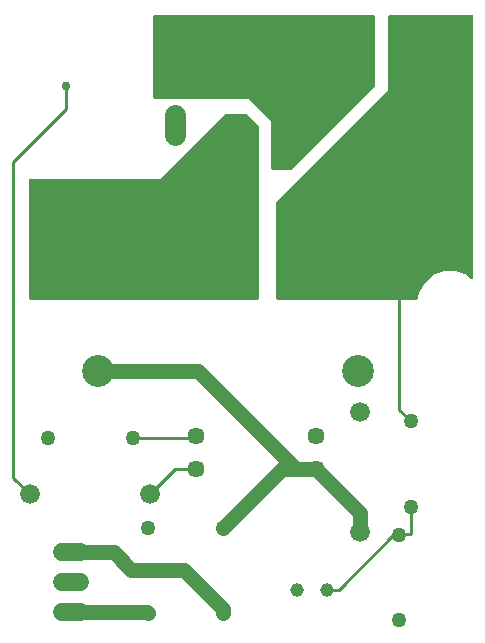
<source format=gbr>
G04 EAGLE Gerber RS-274X export*
G75*
%MOMM*%
%FSLAX34Y34*%
%LPD*%
%INBottom Copper*%
%IPPOS*%
%AMOC8*
5,1,8,0,0,1.08239X$1,22.5*%
G01*
%ADD10C,1.676400*%
%ADD11C,1.148000*%
%ADD12C,1.453900*%
%ADD13C,1.800000*%
%ADD14C,1.260000*%
%ADD15C,1.524000*%
%ADD16C,2.700000*%
%ADD17C,3.000000*%
%ADD18C,1.750000*%
%ADD19C,1.600000*%
%ADD20C,3.300000*%
%ADD21C,0.254000*%
%ADD22C,0.756400*%
%ADD23C,1.270000*%

G36*
X381485Y298732D02*
X381485Y298732D01*
X381493Y298731D01*
X381642Y298752D01*
X381792Y298771D01*
X381800Y298774D01*
X381808Y298775D01*
X381947Y298832D01*
X382088Y298888D01*
X382095Y298893D01*
X382103Y298896D01*
X382222Y298985D01*
X382345Y299074D01*
X382351Y299081D01*
X382357Y299086D01*
X382451Y299202D01*
X382548Y299319D01*
X382552Y299327D01*
X382557Y299334D01*
X382619Y299471D01*
X382684Y299607D01*
X382685Y299615D01*
X382689Y299623D01*
X382727Y299780D01*
X383579Y304616D01*
X388462Y313073D01*
X395942Y319349D01*
X405118Y322689D01*
X414882Y322689D01*
X424058Y319349D01*
X427754Y316248D01*
X427825Y316202D01*
X427889Y316149D01*
X427958Y316117D01*
X428021Y316076D01*
X428101Y316049D01*
X428177Y316013D01*
X428251Y315999D01*
X428323Y315975D01*
X428407Y315969D01*
X428490Y315954D01*
X428565Y315958D01*
X428640Y315953D01*
X428723Y315968D01*
X428807Y315973D01*
X428879Y315997D01*
X428953Y316010D01*
X429030Y316045D01*
X429109Y316071D01*
X429173Y316112D01*
X429242Y316143D01*
X429307Y316197D01*
X429378Y316241D01*
X429430Y316297D01*
X429489Y316344D01*
X429538Y316412D01*
X429596Y316473D01*
X429633Y316539D01*
X429678Y316600D01*
X429709Y316678D01*
X429750Y316752D01*
X429768Y316825D01*
X429797Y316895D01*
X429808Y316978D01*
X429829Y317060D01*
X429838Y317202D01*
X429839Y317210D01*
X429839Y317213D01*
X429839Y317220D01*
X429839Y538570D01*
X429824Y538688D01*
X429817Y538807D01*
X429804Y538845D01*
X429799Y538886D01*
X429756Y538996D01*
X429719Y539109D01*
X429697Y539144D01*
X429682Y539181D01*
X429613Y539277D01*
X429549Y539378D01*
X429519Y539406D01*
X429496Y539439D01*
X429404Y539515D01*
X429317Y539596D01*
X429282Y539616D01*
X429251Y539641D01*
X429143Y539692D01*
X429039Y539750D01*
X428999Y539760D01*
X428963Y539777D01*
X428846Y539799D01*
X428731Y539829D01*
X428671Y539833D01*
X428651Y539837D01*
X428630Y539835D01*
X428570Y539839D01*
X359000Y539839D01*
X358882Y539824D01*
X358763Y539817D01*
X358725Y539804D01*
X358684Y539799D01*
X358574Y539756D01*
X358461Y539719D01*
X358426Y539697D01*
X358389Y539682D01*
X358293Y539613D01*
X358192Y539549D01*
X358164Y539519D01*
X358131Y539496D01*
X358056Y539404D01*
X357974Y539317D01*
X357954Y539282D01*
X357929Y539251D01*
X357878Y539143D01*
X357820Y539039D01*
X357810Y538999D01*
X357793Y538963D01*
X357771Y538846D01*
X357741Y538731D01*
X357737Y538671D01*
X357733Y538651D01*
X357735Y538630D01*
X357731Y538570D01*
X357731Y476526D01*
X263103Y381898D01*
X263042Y381819D01*
X262974Y381747D01*
X262945Y381694D01*
X262908Y381646D01*
X262868Y381555D01*
X262820Y381469D01*
X262805Y381410D01*
X262781Y381354D01*
X262766Y381256D01*
X262741Y381161D01*
X262735Y381061D01*
X262731Y381040D01*
X262733Y381028D01*
X262731Y381000D01*
X262731Y300000D01*
X262746Y299882D01*
X262753Y299763D01*
X262766Y299725D01*
X262771Y299684D01*
X262814Y299574D01*
X262851Y299461D01*
X262873Y299426D01*
X262888Y299389D01*
X262958Y299293D01*
X263021Y299192D01*
X263051Y299164D01*
X263074Y299131D01*
X263166Y299056D01*
X263253Y298974D01*
X263288Y298954D01*
X263319Y298929D01*
X263427Y298878D01*
X263531Y298820D01*
X263571Y298810D01*
X263607Y298793D01*
X263724Y298771D01*
X263839Y298741D01*
X263900Y298737D01*
X263920Y298733D01*
X263940Y298735D01*
X264000Y298731D01*
X381477Y298731D01*
X381485Y298732D01*
G37*
G36*
X247118Y298746D02*
X247118Y298746D01*
X247237Y298753D01*
X247275Y298766D01*
X247316Y298771D01*
X247426Y298814D01*
X247539Y298851D01*
X247574Y298873D01*
X247611Y298888D01*
X247707Y298958D01*
X247808Y299021D01*
X247836Y299051D01*
X247869Y299074D01*
X247945Y299166D01*
X248026Y299253D01*
X248046Y299288D01*
X248071Y299319D01*
X248122Y299427D01*
X248180Y299531D01*
X248190Y299571D01*
X248207Y299607D01*
X248229Y299724D01*
X248259Y299839D01*
X248263Y299900D01*
X248267Y299920D01*
X248265Y299940D01*
X248269Y300000D01*
X248269Y445000D01*
X248257Y445098D01*
X248254Y445197D01*
X248237Y445255D01*
X248229Y445316D01*
X248193Y445408D01*
X248165Y445503D01*
X248135Y445555D01*
X248112Y445611D01*
X248054Y445691D01*
X248004Y445777D01*
X247938Y445852D01*
X247926Y445869D01*
X247916Y445876D01*
X247898Y445898D01*
X237898Y455898D01*
X237819Y455958D01*
X237747Y456026D01*
X237694Y456055D01*
X237646Y456092D01*
X237555Y456132D01*
X237469Y456180D01*
X237410Y456195D01*
X237354Y456219D01*
X237256Y456234D01*
X237161Y456259D01*
X237061Y456265D01*
X237040Y456269D01*
X237028Y456267D01*
X237000Y456269D01*
X220000Y456269D01*
X219902Y456257D01*
X219803Y456254D01*
X219745Y456237D01*
X219684Y456229D01*
X219592Y456193D01*
X219497Y456165D01*
X219445Y456135D01*
X219389Y456112D01*
X219309Y456054D01*
X219223Y456004D01*
X219148Y455938D01*
X219131Y455926D01*
X219124Y455916D01*
X219103Y455898D01*
X164474Y401269D01*
X55000Y401269D01*
X54882Y401254D01*
X54763Y401247D01*
X54725Y401234D01*
X54684Y401229D01*
X54574Y401186D01*
X54461Y401149D01*
X54426Y401127D01*
X54389Y401112D01*
X54293Y401043D01*
X54192Y400979D01*
X54164Y400949D01*
X54131Y400926D01*
X54056Y400834D01*
X53974Y400747D01*
X53954Y400712D01*
X53929Y400681D01*
X53878Y400573D01*
X53820Y400469D01*
X53810Y400429D01*
X53793Y400393D01*
X53771Y400276D01*
X53741Y400161D01*
X53737Y400101D01*
X53733Y400081D01*
X53735Y400060D01*
X53731Y400000D01*
X53731Y300000D01*
X53746Y299882D01*
X53753Y299763D01*
X53766Y299725D01*
X53771Y299684D01*
X53814Y299574D01*
X53851Y299461D01*
X53873Y299426D01*
X53888Y299389D01*
X53958Y299293D01*
X54021Y299192D01*
X54051Y299164D01*
X54074Y299131D01*
X54166Y299056D01*
X54253Y298974D01*
X54288Y298954D01*
X54319Y298929D01*
X54427Y298878D01*
X54531Y298820D01*
X54571Y298810D01*
X54607Y298793D01*
X54724Y298771D01*
X54839Y298741D01*
X54900Y298737D01*
X54920Y298733D01*
X54940Y298735D01*
X55000Y298731D01*
X247000Y298731D01*
X247118Y298746D01*
G37*
G36*
X275098Y408743D02*
X275098Y408743D01*
X275197Y408746D01*
X275255Y408763D01*
X275316Y408771D01*
X275408Y408807D01*
X275503Y408835D01*
X275555Y408865D01*
X275611Y408888D01*
X275691Y408946D01*
X275777Y408996D01*
X275852Y409062D01*
X275869Y409074D01*
X275876Y409084D01*
X275898Y409103D01*
X345898Y479103D01*
X345958Y479181D01*
X346026Y479253D01*
X346055Y479306D01*
X346092Y479354D01*
X346132Y479445D01*
X346180Y479531D01*
X346195Y479590D01*
X346219Y479646D01*
X346234Y479744D01*
X346259Y479839D01*
X346265Y479939D01*
X346269Y479960D01*
X346267Y479972D01*
X346269Y480000D01*
X346269Y538570D01*
X346254Y538688D01*
X346247Y538807D01*
X346234Y538845D01*
X346229Y538886D01*
X346186Y538996D01*
X346149Y539109D01*
X346127Y539144D01*
X346112Y539181D01*
X346042Y539277D01*
X345979Y539378D01*
X345949Y539406D01*
X345926Y539439D01*
X345834Y539515D01*
X345747Y539596D01*
X345712Y539616D01*
X345681Y539641D01*
X345573Y539692D01*
X345469Y539750D01*
X345429Y539760D01*
X345393Y539777D01*
X345276Y539799D01*
X345161Y539829D01*
X345100Y539833D01*
X345080Y539837D01*
X345060Y539835D01*
X345000Y539839D01*
X160000Y539839D01*
X159882Y539824D01*
X159763Y539817D01*
X159725Y539804D01*
X159684Y539799D01*
X159574Y539756D01*
X159461Y539719D01*
X159426Y539697D01*
X159389Y539682D01*
X159293Y539613D01*
X159192Y539549D01*
X159164Y539519D01*
X159131Y539496D01*
X159056Y539404D01*
X158974Y539317D01*
X158954Y539282D01*
X158929Y539251D01*
X158878Y539143D01*
X158820Y539039D01*
X158810Y538999D01*
X158793Y538963D01*
X158771Y538846D01*
X158741Y538731D01*
X158737Y538671D01*
X158733Y538651D01*
X158735Y538630D01*
X158731Y538570D01*
X158731Y470000D01*
X158746Y469882D01*
X158753Y469763D01*
X158766Y469725D01*
X158771Y469684D01*
X158814Y469574D01*
X158851Y469461D01*
X158873Y469426D01*
X158888Y469389D01*
X158958Y469293D01*
X159021Y469192D01*
X159051Y469164D01*
X159074Y469131D01*
X159166Y469056D01*
X159253Y468974D01*
X159288Y468954D01*
X159319Y468929D01*
X159427Y468878D01*
X159531Y468820D01*
X159571Y468810D01*
X159607Y468793D01*
X159724Y468771D01*
X159839Y468741D01*
X159900Y468737D01*
X159920Y468733D01*
X159940Y468735D01*
X160000Y468731D01*
X239474Y468731D01*
X258731Y449474D01*
X258731Y410000D01*
X258746Y409882D01*
X258753Y409763D01*
X258766Y409725D01*
X258771Y409684D01*
X258814Y409574D01*
X258851Y409461D01*
X258873Y409426D01*
X258888Y409389D01*
X258958Y409293D01*
X259021Y409192D01*
X259051Y409164D01*
X259074Y409131D01*
X259166Y409056D01*
X259253Y408974D01*
X259288Y408954D01*
X259319Y408929D01*
X259427Y408878D01*
X259531Y408820D01*
X259571Y408810D01*
X259607Y408793D01*
X259724Y408771D01*
X259839Y408741D01*
X259900Y408737D01*
X259920Y408733D01*
X259940Y408735D01*
X260000Y408731D01*
X275000Y408731D01*
X275098Y408743D01*
G37*
D10*
X54000Y133900D03*
X155600Y133900D03*
X333900Y204000D03*
X333900Y102400D03*
D11*
X305600Y52800D03*
X280600Y52800D03*
D12*
X194700Y183450D03*
X194700Y155550D03*
X296300Y155550D03*
X296300Y183450D03*
D13*
X330600Y502500D03*
X381400Y502500D03*
D14*
X154300Y33250D03*
X154300Y105650D03*
X218100Y33250D03*
X218100Y105650D03*
X376900Y195650D03*
X376900Y123250D03*
X366900Y99750D03*
X366900Y27350D03*
X69300Y181900D03*
X141700Y181900D03*
D15*
X96520Y34100D02*
X81280Y34100D01*
X81280Y59500D02*
X96520Y59500D01*
X96520Y84900D02*
X81280Y84900D01*
D16*
X332100Y238000D03*
X112100Y238000D03*
D17*
X350100Y358000D03*
X74100Y358000D03*
D18*
X177000Y437950D02*
X177000Y455450D01*
X272000Y484950D02*
X272000Y502450D01*
X272000Y455450D02*
X272000Y437950D01*
D19*
X232500Y488700D02*
X216500Y488700D01*
D20*
X224500Y428700D03*
D18*
X177000Y484950D02*
X177000Y502450D01*
D17*
X224500Y521200D03*
D21*
X41430Y146470D02*
X51450Y136450D01*
X54000Y133900D01*
D22*
X85000Y480000D03*
D21*
X85000Y460000D01*
X40000Y415000D01*
X40000Y147900D01*
X41430Y146470D01*
D22*
X180000Y530000D03*
X265000Y530000D03*
X330000Y530000D03*
D23*
X197000Y238000D02*
X112100Y238000D01*
X279450Y155550D02*
X296300Y155550D01*
X279450Y155550D02*
X197000Y238000D01*
X268000Y155550D02*
X296300Y155550D01*
X268000Y155550D02*
X218100Y105650D01*
X296300Y155550D02*
X333900Y117950D01*
X333900Y102400D01*
D22*
X230000Y370000D03*
X190000Y370000D03*
X230000Y325000D03*
X190000Y325000D03*
X150000Y355000D03*
X150000Y325000D03*
X110000Y355000D03*
X110000Y325000D03*
D23*
X88900Y34100D02*
X153450Y34100D01*
X154300Y33250D01*
X125100Y84900D02*
X88900Y84900D01*
X125100Y84900D02*
X140000Y70000D01*
X185000Y70000D01*
X218100Y36900D01*
X218100Y33250D01*
D21*
X376900Y100000D02*
X376900Y123250D01*
X366900Y100000D02*
X366900Y99750D01*
X315600Y52800D02*
X305600Y52800D01*
X315600Y52800D02*
X362800Y100000D01*
X366900Y100000D01*
X376900Y100000D01*
X193150Y181900D02*
X141700Y181900D01*
X193150Y181900D02*
X194700Y183450D01*
X177250Y155550D02*
X155600Y133900D01*
X177250Y155550D02*
X194700Y155550D01*
X366900Y205650D02*
X376900Y195650D01*
X366900Y205650D02*
X366900Y341200D01*
X350100Y358000D01*
D22*
X380000Y455000D03*
X380000Y410000D03*
X380000Y365000D03*
X380000Y320000D03*
X340000Y320000D03*
X340000Y410000D03*
X380000Y530000D03*
X415000Y530000D03*
X415000Y455000D03*
X415000Y410000D03*
X415000Y365000D03*
M02*

</source>
